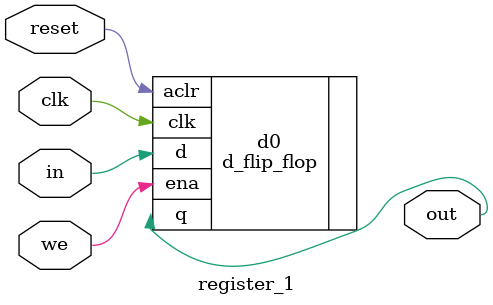
<source format=v>
module register_1(in, clk,we, reset,out);

input in;
input clk,we,reset;
output out;

d_flip_flop d0(.d(in), .aclr(reset),.clk(clk),.q(out),.ena(we));

endmodule
</source>
